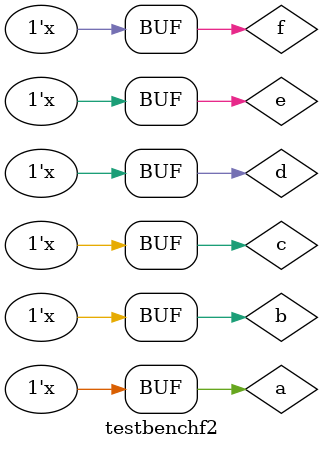
<source format=v>
`timescale 1ns / 1ps


module testbenchf2;

	// Inputs
	reg a;
	reg b;
	reg c;
	reg d;
	reg e;
	reg f;

	// Outputs
	wire op;

	// Instantiate the Unit Under Test (UUT)
	f2 uut (
		.a(a), 
		.b(b), 
		.c(c), 
		.d(d), 
		.e(e), 
		.f(f), 
		.op(op)
	);

	initial begin
		// Initialize Inputs
		a = 0;
		b = 0;
		c = 0;
		d = 0;
		e = 0;
		f = 0;

		// Wait 100 ns for global reset to finish
		#100;
        
		// Add stimulus here

	end
	always #1 f=~f;
	always #2 e=~e;
	always #4 d=~d;
	always #8 c=~c;
	always #16 b=~b;
	always #32 a=~a;
      
endmodule


</source>
